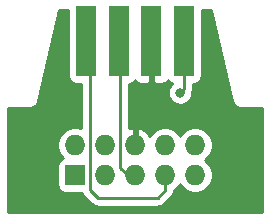
<source format=gbl>
G04 #@! TF.GenerationSoftware,KiCad,Pcbnew,(5.1.8)-1*
G04 #@! TF.CreationDate,2021-02-12T22:31:08+01:00*
G04 #@! TF.ProjectId,Sinclair,53696e63-6c61-4697-922e-6b696361645f,rev?*
G04 #@! TF.SameCoordinates,Original*
G04 #@! TF.FileFunction,Copper,L2,Bot*
G04 #@! TF.FilePolarity,Positive*
%FSLAX46Y46*%
G04 Gerber Fmt 4.6, Leading zero omitted, Abs format (unit mm)*
G04 Created by KiCad (PCBNEW (5.1.8)-1) date 2021-02-12 22:31:08*
%MOMM*%
%LPD*%
G01*
G04 APERTURE LIST*
G04 #@! TA.AperFunction,SMDPad,CuDef*
%ADD10R,1.700000X6.000000*%
G04 #@! TD*
G04 #@! TA.AperFunction,ComponentPad*
%ADD11O,1.727200X1.727200*%
G04 #@! TD*
G04 #@! TA.AperFunction,ComponentPad*
%ADD12R,1.727200X1.727200*%
G04 #@! TD*
G04 #@! TA.AperFunction,ViaPad*
%ADD13C,0.800000*%
G04 #@! TD*
G04 #@! TA.AperFunction,Conductor*
%ADD14C,0.250000*%
G04 #@! TD*
G04 #@! TA.AperFunction,Conductor*
%ADD15C,0.254000*%
G04 #@! TD*
G04 #@! TA.AperFunction,Conductor*
%ADD16C,0.100000*%
G04 #@! TD*
G04 APERTURE END LIST*
D10*
X138069500Y-78168500D03*
X140839500Y-78168500D03*
X143609500Y-78168500D03*
X146379500Y-78168500D03*
D11*
X147320000Y-86995000D03*
X144780000Y-86995000D03*
X142240000Y-86995000D03*
X139700000Y-86995000D03*
X137160000Y-86995000D03*
X147320000Y-89535000D03*
X144780000Y-89535000D03*
X142240000Y-89535000D03*
X139700000Y-89535000D03*
D12*
X137160000Y-89535000D03*
D13*
X146050000Y-82550068D03*
D14*
X146379500Y-82220568D02*
X146050000Y-82550068D01*
X146379500Y-78168500D02*
X146379500Y-82220568D01*
X141605000Y-89535000D02*
X142240000Y-89535000D01*
X140970000Y-88900000D02*
X141605000Y-89535000D01*
X140970000Y-84455000D02*
X140970000Y-84365000D01*
X140970000Y-84455000D02*
X140970000Y-88900000D01*
X140970000Y-78299000D02*
X140839500Y-78168500D01*
X140970000Y-84455000D02*
X140970000Y-78299000D01*
X144780000Y-90805000D02*
X144780000Y-89535000D01*
X139065000Y-91440000D02*
X144145000Y-91440000D01*
X138430000Y-90805000D02*
X139065000Y-91440000D01*
X138430000Y-78529000D02*
X138430000Y-90805000D01*
X144145000Y-91440000D02*
X144780000Y-90805000D01*
X138069500Y-78168500D02*
X138430000Y-78529000D01*
D15*
X136581428Y-81168500D02*
X136593688Y-81292982D01*
X136629998Y-81412680D01*
X136688963Y-81522994D01*
X136768315Y-81619685D01*
X136865006Y-81699037D01*
X136975320Y-81758002D01*
X137095018Y-81794312D01*
X137219500Y-81806572D01*
X137670000Y-81806572D01*
X137670001Y-85584176D01*
X137597125Y-85553990D01*
X137307599Y-85496400D01*
X137012401Y-85496400D01*
X136722875Y-85553990D01*
X136450147Y-85666958D01*
X136204698Y-85830961D01*
X135995961Y-86039698D01*
X135831958Y-86285147D01*
X135718990Y-86557875D01*
X135661400Y-86847401D01*
X135661400Y-87142599D01*
X135718990Y-87432125D01*
X135831958Y-87704853D01*
X135995961Y-87950302D01*
X136110023Y-88064364D01*
X136052220Y-88081898D01*
X135941906Y-88140863D01*
X135845215Y-88220215D01*
X135765863Y-88316906D01*
X135706898Y-88427220D01*
X135670588Y-88546918D01*
X135658328Y-88671400D01*
X135658328Y-90398600D01*
X135670588Y-90523082D01*
X135706898Y-90642780D01*
X135765863Y-90753094D01*
X135845215Y-90849785D01*
X135941906Y-90929137D01*
X136052220Y-90988102D01*
X136171918Y-91024412D01*
X136296400Y-91036672D01*
X137706080Y-91036672D01*
X137724454Y-91097246D01*
X137795026Y-91229276D01*
X137866201Y-91316002D01*
X137890000Y-91345001D01*
X137918998Y-91368799D01*
X138501200Y-91951002D01*
X138524999Y-91980001D01*
X138553997Y-92003799D01*
X138640724Y-92074974D01*
X138772753Y-92145546D01*
X138916014Y-92189003D01*
X139065000Y-92203677D01*
X139102333Y-92200000D01*
X144107678Y-92200000D01*
X144145000Y-92203676D01*
X144182322Y-92200000D01*
X144182333Y-92200000D01*
X144293986Y-92189003D01*
X144437247Y-92145546D01*
X144569276Y-92074974D01*
X144685001Y-91980001D01*
X144708803Y-91950998D01*
X145291004Y-91368798D01*
X145320001Y-91345001D01*
X145414974Y-91229276D01*
X145485546Y-91097247D01*
X145529003Y-90953986D01*
X145540000Y-90842333D01*
X145540000Y-90842332D01*
X145541349Y-90828633D01*
X145735302Y-90699039D01*
X145944039Y-90490302D01*
X146050000Y-90331719D01*
X146155961Y-90490302D01*
X146364698Y-90699039D01*
X146610147Y-90863042D01*
X146882875Y-90976010D01*
X147172401Y-91033600D01*
X147467599Y-91033600D01*
X147757125Y-90976010D01*
X148029853Y-90863042D01*
X148275302Y-90699039D01*
X148484039Y-90490302D01*
X148648042Y-90244853D01*
X148761010Y-89972125D01*
X148818600Y-89682599D01*
X148818600Y-89387401D01*
X148761010Y-89097875D01*
X148648042Y-88825147D01*
X148484039Y-88579698D01*
X148275302Y-88370961D01*
X148116719Y-88265000D01*
X148275302Y-88159039D01*
X148484039Y-87950302D01*
X148648042Y-87704853D01*
X148761010Y-87432125D01*
X148818600Y-87142599D01*
X148818600Y-86847401D01*
X148761010Y-86557875D01*
X148648042Y-86285147D01*
X148484039Y-86039698D01*
X148275302Y-85830961D01*
X148029853Y-85666958D01*
X147757125Y-85553990D01*
X147467599Y-85496400D01*
X147172401Y-85496400D01*
X146882875Y-85553990D01*
X146610147Y-85666958D01*
X146364698Y-85830961D01*
X146155961Y-86039698D01*
X146050000Y-86198281D01*
X145944039Y-86039698D01*
X145735302Y-85830961D01*
X145489853Y-85666958D01*
X145217125Y-85553990D01*
X144927599Y-85496400D01*
X144632401Y-85496400D01*
X144342875Y-85553990D01*
X144070147Y-85666958D01*
X143824698Y-85830961D01*
X143615961Y-86039698D01*
X143505441Y-86205103D01*
X143446817Y-86106512D01*
X143250293Y-85888146D01*
X143014944Y-85712316D01*
X142749814Y-85585778D01*
X142599026Y-85540042D01*
X142367000Y-85661183D01*
X142367000Y-86868000D01*
X142387000Y-86868000D01*
X142387000Y-87122000D01*
X142367000Y-87122000D01*
X142367000Y-87142000D01*
X142113000Y-87142000D01*
X142113000Y-87122000D01*
X142093000Y-87122000D01*
X142093000Y-86868000D01*
X142113000Y-86868000D01*
X142113000Y-85661183D01*
X141880974Y-85540042D01*
X141730186Y-85585778D01*
X141730000Y-85585867D01*
X141730000Y-81802583D01*
X141813982Y-81794312D01*
X141933680Y-81758002D01*
X142043994Y-81699037D01*
X142140685Y-81619685D01*
X142220037Y-81522994D01*
X142224500Y-81514644D01*
X142228963Y-81522994D01*
X142308315Y-81619685D01*
X142405006Y-81699037D01*
X142515320Y-81758002D01*
X142635018Y-81794312D01*
X142759500Y-81806572D01*
X143323750Y-81803500D01*
X143482500Y-81644750D01*
X143482500Y-78295500D01*
X143462500Y-78295500D01*
X143462500Y-78041500D01*
X143482500Y-78041500D01*
X143482500Y-78021500D01*
X143736500Y-78021500D01*
X143736500Y-78041500D01*
X143756500Y-78041500D01*
X143756500Y-78295500D01*
X143736500Y-78295500D01*
X143736500Y-81644750D01*
X143895250Y-81803500D01*
X144459500Y-81806572D01*
X144583982Y-81794312D01*
X144703680Y-81758002D01*
X144813994Y-81699037D01*
X144910685Y-81619685D01*
X144990037Y-81522994D01*
X144994500Y-81514644D01*
X144998963Y-81522994D01*
X145078315Y-81619685D01*
X145175006Y-81699037D01*
X145285320Y-81758002D01*
X145356702Y-81779655D01*
X145246063Y-81890294D01*
X145132795Y-82059812D01*
X145054774Y-82248170D01*
X145015000Y-82448129D01*
X145015000Y-82652007D01*
X145054774Y-82851966D01*
X145132795Y-83040324D01*
X145246063Y-83209842D01*
X145390226Y-83354005D01*
X145559744Y-83467273D01*
X145748102Y-83545294D01*
X145948061Y-83585068D01*
X146151939Y-83585068D01*
X146351898Y-83545294D01*
X146540256Y-83467273D01*
X146709774Y-83354005D01*
X146853937Y-83209842D01*
X146967205Y-83040324D01*
X147045226Y-82851966D01*
X147085000Y-82652007D01*
X147085000Y-82512901D01*
X147085046Y-82512815D01*
X147128503Y-82369554D01*
X147139500Y-82257901D01*
X147139500Y-82257892D01*
X147143176Y-82220569D01*
X147139500Y-82183246D01*
X147139500Y-81806572D01*
X147229500Y-81806572D01*
X147353982Y-81794312D01*
X147473680Y-81758002D01*
X147583994Y-81699037D01*
X147680685Y-81619685D01*
X147760037Y-81522994D01*
X147819002Y-81412680D01*
X147855312Y-81292982D01*
X147867572Y-81168500D01*
X147867572Y-75590000D01*
X148699963Y-75590000D01*
X150477345Y-83291998D01*
X150479550Y-83314383D01*
X150491926Y-83355179D01*
X150494191Y-83364996D01*
X150501342Y-83386222D01*
X150517290Y-83438793D01*
X150522064Y-83447725D01*
X150525300Y-83457329D01*
X150552673Y-83504990D01*
X150578575Y-83553450D01*
X150585003Y-83561282D01*
X150590048Y-83570067D01*
X150626194Y-83611473D01*
X150661052Y-83653948D01*
X150668881Y-83660373D01*
X150675545Y-83668007D01*
X150719072Y-83701564D01*
X150761550Y-83736425D01*
X150770486Y-83741201D01*
X150778508Y-83747386D01*
X150827744Y-83771806D01*
X150876207Y-83797710D01*
X150885900Y-83800650D01*
X150894978Y-83805153D01*
X150948027Y-83819497D01*
X151000617Y-83835450D01*
X151010703Y-83836443D01*
X151020480Y-83839087D01*
X151075307Y-83842806D01*
X151097581Y-83845000D01*
X151107646Y-83845000D01*
X151150190Y-83847886D01*
X151172503Y-83845000D01*
X153002725Y-83845000D01*
X153009513Y-83845666D01*
X153010000Y-83850301D01*
X153010001Y-92677715D01*
X153009335Y-92684513D01*
X153004699Y-92685000D01*
X131477275Y-92685000D01*
X131470487Y-92684335D01*
X131470000Y-92679699D01*
X131470000Y-83852275D01*
X131470666Y-83845487D01*
X131475301Y-83845000D01*
X133307504Y-83845000D01*
X133329810Y-83847885D01*
X133372339Y-83845000D01*
X133382419Y-83845000D01*
X133404727Y-83842803D01*
X133459519Y-83839086D01*
X133469290Y-83836444D01*
X133479383Y-83835450D01*
X133531994Y-83819490D01*
X133585021Y-83805153D01*
X133594098Y-83800651D01*
X133603793Y-83797710D01*
X133652269Y-83771799D01*
X133701491Y-83747386D01*
X133709511Y-83741203D01*
X133718450Y-83736425D01*
X133760944Y-83701551D01*
X133804454Y-83668007D01*
X133811116Y-83660376D01*
X133818948Y-83653948D01*
X133853822Y-83611454D01*
X133889951Y-83570067D01*
X133894994Y-83561286D01*
X133901425Y-83553450D01*
X133927341Y-83504964D01*
X133954699Y-83457329D01*
X133957933Y-83447730D01*
X133962710Y-83438793D01*
X133978667Y-83386192D01*
X133985808Y-83364996D01*
X133988070Y-83355193D01*
X134000450Y-83314383D01*
X134002655Y-83291990D01*
X135780038Y-75590000D01*
X136581428Y-75590000D01*
X136581428Y-81168500D01*
G04 #@! TA.AperFunction,Conductor*
D16*
G36*
X136581428Y-81168500D02*
G01*
X136593688Y-81292982D01*
X136629998Y-81412680D01*
X136688963Y-81522994D01*
X136768315Y-81619685D01*
X136865006Y-81699037D01*
X136975320Y-81758002D01*
X137095018Y-81794312D01*
X137219500Y-81806572D01*
X137670000Y-81806572D01*
X137670001Y-85584176D01*
X137597125Y-85553990D01*
X137307599Y-85496400D01*
X137012401Y-85496400D01*
X136722875Y-85553990D01*
X136450147Y-85666958D01*
X136204698Y-85830961D01*
X135995961Y-86039698D01*
X135831958Y-86285147D01*
X135718990Y-86557875D01*
X135661400Y-86847401D01*
X135661400Y-87142599D01*
X135718990Y-87432125D01*
X135831958Y-87704853D01*
X135995961Y-87950302D01*
X136110023Y-88064364D01*
X136052220Y-88081898D01*
X135941906Y-88140863D01*
X135845215Y-88220215D01*
X135765863Y-88316906D01*
X135706898Y-88427220D01*
X135670588Y-88546918D01*
X135658328Y-88671400D01*
X135658328Y-90398600D01*
X135670588Y-90523082D01*
X135706898Y-90642780D01*
X135765863Y-90753094D01*
X135845215Y-90849785D01*
X135941906Y-90929137D01*
X136052220Y-90988102D01*
X136171918Y-91024412D01*
X136296400Y-91036672D01*
X137706080Y-91036672D01*
X137724454Y-91097246D01*
X137795026Y-91229276D01*
X137866201Y-91316002D01*
X137890000Y-91345001D01*
X137918998Y-91368799D01*
X138501200Y-91951002D01*
X138524999Y-91980001D01*
X138553997Y-92003799D01*
X138640724Y-92074974D01*
X138772753Y-92145546D01*
X138916014Y-92189003D01*
X139065000Y-92203677D01*
X139102333Y-92200000D01*
X144107678Y-92200000D01*
X144145000Y-92203676D01*
X144182322Y-92200000D01*
X144182333Y-92200000D01*
X144293986Y-92189003D01*
X144437247Y-92145546D01*
X144569276Y-92074974D01*
X144685001Y-91980001D01*
X144708803Y-91950998D01*
X145291004Y-91368798D01*
X145320001Y-91345001D01*
X145414974Y-91229276D01*
X145485546Y-91097247D01*
X145529003Y-90953986D01*
X145540000Y-90842333D01*
X145540000Y-90842332D01*
X145541349Y-90828633D01*
X145735302Y-90699039D01*
X145944039Y-90490302D01*
X146050000Y-90331719D01*
X146155961Y-90490302D01*
X146364698Y-90699039D01*
X146610147Y-90863042D01*
X146882875Y-90976010D01*
X147172401Y-91033600D01*
X147467599Y-91033600D01*
X147757125Y-90976010D01*
X148029853Y-90863042D01*
X148275302Y-90699039D01*
X148484039Y-90490302D01*
X148648042Y-90244853D01*
X148761010Y-89972125D01*
X148818600Y-89682599D01*
X148818600Y-89387401D01*
X148761010Y-89097875D01*
X148648042Y-88825147D01*
X148484039Y-88579698D01*
X148275302Y-88370961D01*
X148116719Y-88265000D01*
X148275302Y-88159039D01*
X148484039Y-87950302D01*
X148648042Y-87704853D01*
X148761010Y-87432125D01*
X148818600Y-87142599D01*
X148818600Y-86847401D01*
X148761010Y-86557875D01*
X148648042Y-86285147D01*
X148484039Y-86039698D01*
X148275302Y-85830961D01*
X148029853Y-85666958D01*
X147757125Y-85553990D01*
X147467599Y-85496400D01*
X147172401Y-85496400D01*
X146882875Y-85553990D01*
X146610147Y-85666958D01*
X146364698Y-85830961D01*
X146155961Y-86039698D01*
X146050000Y-86198281D01*
X145944039Y-86039698D01*
X145735302Y-85830961D01*
X145489853Y-85666958D01*
X145217125Y-85553990D01*
X144927599Y-85496400D01*
X144632401Y-85496400D01*
X144342875Y-85553990D01*
X144070147Y-85666958D01*
X143824698Y-85830961D01*
X143615961Y-86039698D01*
X143505441Y-86205103D01*
X143446817Y-86106512D01*
X143250293Y-85888146D01*
X143014944Y-85712316D01*
X142749814Y-85585778D01*
X142599026Y-85540042D01*
X142367000Y-85661183D01*
X142367000Y-86868000D01*
X142387000Y-86868000D01*
X142387000Y-87122000D01*
X142367000Y-87122000D01*
X142367000Y-87142000D01*
X142113000Y-87142000D01*
X142113000Y-87122000D01*
X142093000Y-87122000D01*
X142093000Y-86868000D01*
X142113000Y-86868000D01*
X142113000Y-85661183D01*
X141880974Y-85540042D01*
X141730186Y-85585778D01*
X141730000Y-85585867D01*
X141730000Y-81802583D01*
X141813982Y-81794312D01*
X141933680Y-81758002D01*
X142043994Y-81699037D01*
X142140685Y-81619685D01*
X142220037Y-81522994D01*
X142224500Y-81514644D01*
X142228963Y-81522994D01*
X142308315Y-81619685D01*
X142405006Y-81699037D01*
X142515320Y-81758002D01*
X142635018Y-81794312D01*
X142759500Y-81806572D01*
X143323750Y-81803500D01*
X143482500Y-81644750D01*
X143482500Y-78295500D01*
X143462500Y-78295500D01*
X143462500Y-78041500D01*
X143482500Y-78041500D01*
X143482500Y-78021500D01*
X143736500Y-78021500D01*
X143736500Y-78041500D01*
X143756500Y-78041500D01*
X143756500Y-78295500D01*
X143736500Y-78295500D01*
X143736500Y-81644750D01*
X143895250Y-81803500D01*
X144459500Y-81806572D01*
X144583982Y-81794312D01*
X144703680Y-81758002D01*
X144813994Y-81699037D01*
X144910685Y-81619685D01*
X144990037Y-81522994D01*
X144994500Y-81514644D01*
X144998963Y-81522994D01*
X145078315Y-81619685D01*
X145175006Y-81699037D01*
X145285320Y-81758002D01*
X145356702Y-81779655D01*
X145246063Y-81890294D01*
X145132795Y-82059812D01*
X145054774Y-82248170D01*
X145015000Y-82448129D01*
X145015000Y-82652007D01*
X145054774Y-82851966D01*
X145132795Y-83040324D01*
X145246063Y-83209842D01*
X145390226Y-83354005D01*
X145559744Y-83467273D01*
X145748102Y-83545294D01*
X145948061Y-83585068D01*
X146151939Y-83585068D01*
X146351898Y-83545294D01*
X146540256Y-83467273D01*
X146709774Y-83354005D01*
X146853937Y-83209842D01*
X146967205Y-83040324D01*
X147045226Y-82851966D01*
X147085000Y-82652007D01*
X147085000Y-82512901D01*
X147085046Y-82512815D01*
X147128503Y-82369554D01*
X147139500Y-82257901D01*
X147139500Y-82257892D01*
X147143176Y-82220569D01*
X147139500Y-82183246D01*
X147139500Y-81806572D01*
X147229500Y-81806572D01*
X147353982Y-81794312D01*
X147473680Y-81758002D01*
X147583994Y-81699037D01*
X147680685Y-81619685D01*
X147760037Y-81522994D01*
X147819002Y-81412680D01*
X147855312Y-81292982D01*
X147867572Y-81168500D01*
X147867572Y-75590000D01*
X148699963Y-75590000D01*
X150477345Y-83291998D01*
X150479550Y-83314383D01*
X150491926Y-83355179D01*
X150494191Y-83364996D01*
X150501342Y-83386222D01*
X150517290Y-83438793D01*
X150522064Y-83447725D01*
X150525300Y-83457329D01*
X150552673Y-83504990D01*
X150578575Y-83553450D01*
X150585003Y-83561282D01*
X150590048Y-83570067D01*
X150626194Y-83611473D01*
X150661052Y-83653948D01*
X150668881Y-83660373D01*
X150675545Y-83668007D01*
X150719072Y-83701564D01*
X150761550Y-83736425D01*
X150770486Y-83741201D01*
X150778508Y-83747386D01*
X150827744Y-83771806D01*
X150876207Y-83797710D01*
X150885900Y-83800650D01*
X150894978Y-83805153D01*
X150948027Y-83819497D01*
X151000617Y-83835450D01*
X151010703Y-83836443D01*
X151020480Y-83839087D01*
X151075307Y-83842806D01*
X151097581Y-83845000D01*
X151107646Y-83845000D01*
X151150190Y-83847886D01*
X151172503Y-83845000D01*
X153002725Y-83845000D01*
X153009513Y-83845666D01*
X153010000Y-83850301D01*
X153010001Y-92677715D01*
X153009335Y-92684513D01*
X153004699Y-92685000D01*
X131477275Y-92685000D01*
X131470487Y-92684335D01*
X131470000Y-92679699D01*
X131470000Y-83852275D01*
X131470666Y-83845487D01*
X131475301Y-83845000D01*
X133307504Y-83845000D01*
X133329810Y-83847885D01*
X133372339Y-83845000D01*
X133382419Y-83845000D01*
X133404727Y-83842803D01*
X133459519Y-83839086D01*
X133469290Y-83836444D01*
X133479383Y-83835450D01*
X133531994Y-83819490D01*
X133585021Y-83805153D01*
X133594098Y-83800651D01*
X133603793Y-83797710D01*
X133652269Y-83771799D01*
X133701491Y-83747386D01*
X133709511Y-83741203D01*
X133718450Y-83736425D01*
X133760944Y-83701551D01*
X133804454Y-83668007D01*
X133811116Y-83660376D01*
X133818948Y-83653948D01*
X133853822Y-83611454D01*
X133889951Y-83570067D01*
X133894994Y-83561286D01*
X133901425Y-83553450D01*
X133927341Y-83504964D01*
X133954699Y-83457329D01*
X133957933Y-83447730D01*
X133962710Y-83438793D01*
X133978667Y-83386192D01*
X133985808Y-83364996D01*
X133988070Y-83355193D01*
X134000450Y-83314383D01*
X134002655Y-83291990D01*
X135780038Y-75590000D01*
X136581428Y-75590000D01*
X136581428Y-81168500D01*
G37*
G04 #@! TD.AperFunction*
M02*

</source>
